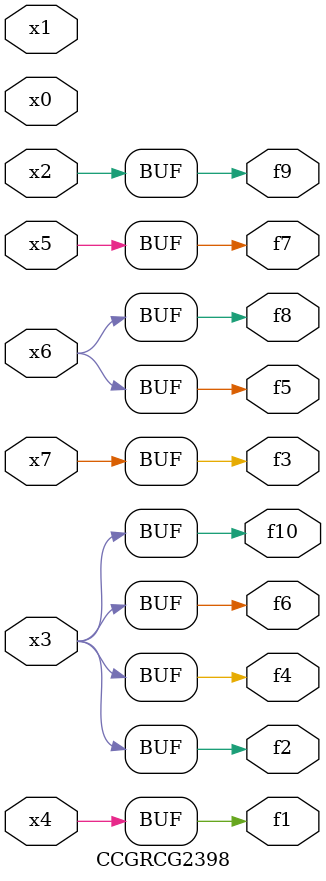
<source format=v>
module CCGRCG2398(
	input x0, x1, x2, x3, x4, x5, x6, x7,
	output f1, f2, f3, f4, f5, f6, f7, f8, f9, f10
);
	assign f1 = x4;
	assign f2 = x3;
	assign f3 = x7;
	assign f4 = x3;
	assign f5 = x6;
	assign f6 = x3;
	assign f7 = x5;
	assign f8 = x6;
	assign f9 = x2;
	assign f10 = x3;
endmodule

</source>
